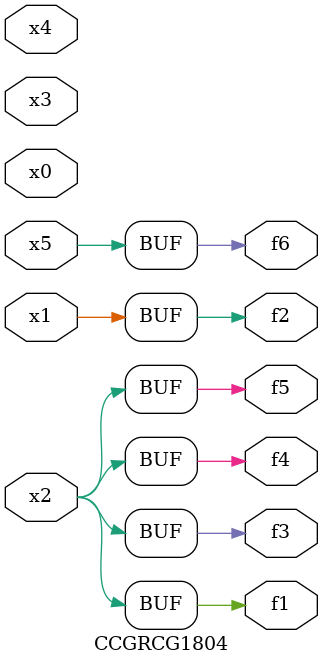
<source format=v>
module CCGRCG1804(
	input x0, x1, x2, x3, x4, x5,
	output f1, f2, f3, f4, f5, f6
);
	assign f1 = x2;
	assign f2 = x1;
	assign f3 = x2;
	assign f4 = x2;
	assign f5 = x2;
	assign f6 = x5;
endmodule

</source>
